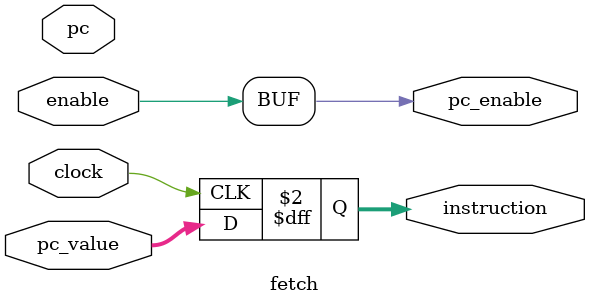
<source format=v>
module fetch(
   input             clock,
   input             enable,
   input      [31:0] pc,
   output            pc_enable,
   input      [31:0] pc_value,
   output reg [31:0] instruction
);

   assign pc_enable = enable;

// for now this module is for illustrative purpose
   always @(negedge clock) begin
      instruction <= pc_value;
   end

   // PC can be used to prefetch a batch of instructions, complemented with
   // an OOO execution unit in execute module

endmodule

</source>
